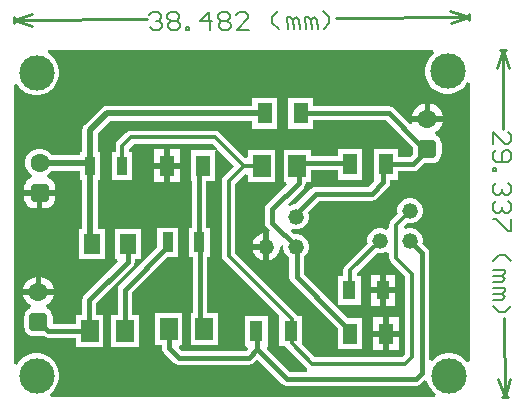
<source format=gbr>
G04*
G04 #@! TF.GenerationSoftware,Altium Limited,Altium Designer,24.9.1 (31)*
G04*
G04 Layer_Physical_Order=2*
G04 Layer_Color=16711680*
%FSLAX44Y44*%
%MOMM*%
G71*
G04*
G04 #@! TF.SameCoordinates,2F21DDDD-2005-49F8-8A8E-0C037A8DA06E*
G04*
G04*
G04 #@! TF.FilePolarity,Positive*
G04*
G01*
G75*
%ADD14C,0.5000*%
%ADD20C,1.6000*%
G04:AMPARAMS|DCode=21|XSize=1.6mm|YSize=1.6mm|CornerRadius=0.4mm|HoleSize=0mm|Usage=FLASHONLY|Rotation=90.000|XOffset=0mm|YOffset=0mm|HoleType=Round|Shape=RoundedRectangle|*
%AMROUNDEDRECTD21*
21,1,1.6000,0.8000,0,0,90.0*
21,1,0.8000,1.6000,0,0,90.0*
1,1,0.8000,0.4000,0.4000*
1,1,0.8000,0.4000,-0.4000*
1,1,0.8000,-0.4000,-0.4000*
1,1,0.8000,-0.4000,0.4000*
%
%ADD21ROUNDEDRECTD21*%
%ADD22C,1.3208*%
%ADD23C,3.0000*%
%ADD24C,0.2540*%
%ADD25C,0.1524*%
%ADD26R,1.1000X1.6500*%
%ADD27R,1.1000X1.7000*%
%ADD28R,1.2500X1.8000*%
%ADD29R,0.9000X1.6000*%
%ADD30R,0.9561X1.6582*%
%ADD31R,1.4000X1.7500*%
%ADD32R,1.5046X1.9062*%
%ADD33C,0.3810*%
%ADD34C,0.3000*%
G36*
X355639Y290830D02*
X354918Y290348D01*
X352272Y287702D01*
X350192Y284590D01*
X348760Y281132D01*
X348030Y277461D01*
Y273719D01*
X348760Y270048D01*
X350192Y266590D01*
X352272Y263478D01*
X354918Y260832D01*
X358030Y258752D01*
X361488Y257320D01*
X365159Y256590D01*
X368901D01*
X372572Y257320D01*
X376030Y258752D01*
X379142Y260832D01*
X381788Y263478D01*
X383540Y266100D01*
X385484Y265782D01*
X386080Y265484D01*
Y29941D01*
X383540Y29171D01*
X383058Y29892D01*
X380412Y32538D01*
X377300Y34618D01*
X373842Y36050D01*
X370171Y36780D01*
X366429D01*
X362758Y36050D01*
X359300Y34618D01*
X356188Y32538D01*
X354001Y30351D01*
X352210Y30808D01*
X351461Y31324D01*
Y121920D01*
X351002Y124224D01*
X349697Y126177D01*
X345737Y130137D01*
X345884Y130684D01*
Y133476D01*
X345161Y136173D01*
X343765Y138591D01*
X341791Y140565D01*
X339373Y141961D01*
X336676Y142684D01*
X333884D01*
X331324Y141998D01*
X331176Y141980D01*
X329857Y144126D01*
X332877Y147146D01*
X333884Y146876D01*
X336676D01*
X339373Y147599D01*
X341791Y148995D01*
X343765Y150969D01*
X345161Y153387D01*
X345884Y156084D01*
Y158876D01*
X345161Y161573D01*
X343765Y163991D01*
X341791Y165965D01*
X339373Y167361D01*
X336676Y168084D01*
X333884D01*
X331187Y167361D01*
X328769Y165965D01*
X326795Y163991D01*
X325399Y161573D01*
X324676Y158876D01*
Y156084D01*
X324946Y155077D01*
X319211Y149341D01*
X317995Y147522D01*
X317568Y145376D01*
Y142818D01*
X315028Y141352D01*
X313973Y141961D01*
X311276Y142684D01*
X308484D01*
X305787Y141961D01*
X303369Y140565D01*
X301395Y138591D01*
X299999Y136173D01*
X299276Y133476D01*
Y130684D01*
X299477Y129934D01*
X280515Y110971D01*
X279299Y109152D01*
X278872Y107006D01*
Y102420D01*
X274420D01*
Y80457D01*
X274420Y78046D01*
X272535Y76340D01*
X245236Y103638D01*
Y118495D01*
X245271Y118515D01*
X247245Y120489D01*
X248641Y122907D01*
X249364Y125604D01*
Y128396D01*
X248641Y131093D01*
X247245Y133511D01*
X245271Y135485D01*
X242853Y136881D01*
X240156Y137604D01*
X237364D01*
X236817Y137458D01*
X234282Y139992D01*
X235597Y142269D01*
X237364Y141796D01*
X240156D01*
X242853Y142519D01*
X245271Y143915D01*
X247245Y145889D01*
X248641Y148307D01*
X249364Y151004D01*
Y153796D01*
X248681Y156346D01*
X258291Y165956D01*
X302787D01*
X305091Y166414D01*
X307044Y167719D01*
X316677Y177353D01*
X317982Y179306D01*
X318441Y181610D01*
Y183850D01*
X325220D01*
Y190829D01*
X337820D01*
X340124Y191288D01*
X342077Y192593D01*
X347411Y197926D01*
X354075D01*
X356163Y198201D01*
X358110Y199007D01*
X359781Y200289D01*
X361063Y201961D01*
X361869Y203907D01*
X362144Y205995D01*
Y213995D01*
X361869Y216083D01*
X361063Y218029D01*
X359781Y219701D01*
X358110Y220983D01*
X356993Y221445D01*
X356614Y223878D01*
X356683Y224199D01*
X358057Y224992D01*
X360478Y227413D01*
X362189Y230377D01*
X362864Y232895D01*
X350075D01*
X337286D01*
X337486Y232151D01*
X335208Y230836D01*
X321757Y244287D01*
X319804Y245592D01*
X317500Y246051D01*
X252830D01*
Y253030D01*
X232330D01*
Y227030D01*
X252830D01*
Y234009D01*
X315006D01*
X338006Y211010D01*
Y205995D01*
X338058Y205602D01*
X335326Y202871D01*
X325220D01*
Y209850D01*
X304720D01*
Y183850D01*
X304720D01*
X305138Y182842D01*
X300293Y177997D01*
X255797D01*
X253493Y177539D01*
X251539Y176234D01*
X238309Y163004D01*
X237364D01*
X234667Y162281D01*
X233273Y161477D01*
X231714Y163509D01*
X245243Y177039D01*
X246548Y178992D01*
X247006Y181296D01*
Y182049D01*
X251321D01*
Y192099D01*
X274220D01*
Y183850D01*
X294720D01*
Y209850D01*
X274220D01*
Y204141D01*
X251321D01*
Y209111D01*
X228275D01*
Y182049D01*
X229906D01*
X230878Y179702D01*
X214183Y163007D01*
X212878Y161054D01*
X212419Y158750D01*
Y147320D01*
X212878Y145016D01*
X214183Y143063D01*
X216423Y140822D01*
X215860Y139846D01*
Y127000D01*
Y115656D01*
X217839Y116187D01*
X220485Y117715D01*
X222645Y119875D01*
X224173Y122521D01*
X224964Y125472D01*
Y126822D01*
X225236Y127174D01*
X227504Y128216D01*
X228156Y127693D01*
Y125604D01*
X228879Y122907D01*
X230275Y120489D01*
X232249Y118515D01*
X233195Y117968D01*
Y101144D01*
X233654Y98840D01*
X234959Y96887D01*
X268475Y63371D01*
X269077Y62969D01*
X274220Y57825D01*
Y40340D01*
X294720D01*
Y66340D01*
X282734D01*
X277189Y71885D01*
X276587Y72288D01*
X272840Y76034D01*
X274547Y77920D01*
X276908Y77920D01*
X293420D01*
Y102420D01*
X290756D01*
X290364Y104960D01*
X307219Y121815D01*
X308484Y121476D01*
X311276D01*
X313973Y122199D01*
X315028Y122808D01*
X317568Y121341D01*
Y117654D01*
X317995Y115507D01*
X319211Y113688D01*
X330942Y101957D01*
Y35653D01*
X328622Y33333D01*
X254808D01*
X243710Y44431D01*
Y68380D01*
X240001D01*
X238915Y70005D01*
X187218Y121703D01*
Y180325D01*
X195719Y188826D01*
X198259Y187774D01*
Y182049D01*
X221305D01*
Y209111D01*
X198259D01*
Y203386D01*
X195719Y202334D01*
X174377Y223675D01*
X172558Y224891D01*
X170412Y225318D01*
X99060D01*
X96914Y224891D01*
X95095Y223675D01*
X87569Y216150D01*
X86354Y214331D01*
X85927Y212185D01*
Y207580D01*
X82940D01*
Y183580D01*
X99940D01*
Y207580D01*
X97766D01*
X97401Y210120D01*
X101383Y214102D01*
X168089D01*
X171631Y210560D01*
X170019Y208580D01*
X167848Y208580D01*
X149780D01*
Y182580D01*
X150750D01*
Y143101D01*
X147991D01*
Y118519D01*
X151331D01*
Y70681D01*
X149535D01*
Y43619D01*
X172581D01*
Y70681D01*
X163373D01*
Y118519D01*
X165551D01*
Y143101D01*
X162792D01*
Y182580D01*
X170280D01*
Y206054D01*
X170280Y208319D01*
X172260Y209931D01*
X186612Y195580D01*
X177645Y186613D01*
X176429Y184794D01*
X176002Y182648D01*
Y119380D01*
X176429Y117234D01*
X177645Y115415D01*
X224710Y68350D01*
Y43380D01*
X229716D01*
X229769Y43114D01*
X230985Y41295D01*
X248479Y23801D01*
X248475Y23625D01*
X247688Y21261D01*
X233634D01*
X214055Y40840D01*
X214710Y43380D01*
X214710D01*
Y68380D01*
X195710D01*
Y43380D01*
X196794D01*
X197846Y40840D01*
X196047Y39041D01*
X142194D01*
X139962Y41272D01*
X140934Y43619D01*
X142565D01*
Y70681D01*
X119519D01*
Y43619D01*
X125021D01*
Y41678D01*
X125480Y39374D01*
X126785Y37421D01*
X135443Y28763D01*
X137396Y27458D01*
X139700Y26999D01*
X198541D01*
X200845Y27458D01*
X202798Y28763D01*
X205950Y31915D01*
X226883Y10983D01*
X228836Y9678D01*
X231140Y9219D01*
X340360D01*
X342664Y9678D01*
X344617Y10983D01*
X347435Y13801D01*
X349866Y13063D01*
X350030Y12238D01*
X351462Y8780D01*
X353542Y5668D01*
X356188Y3022D01*
X356909Y2540D01*
X356139Y0D01*
X31211D01*
X30441Y2540D01*
X31162Y3022D01*
X33808Y5668D01*
X35888Y8780D01*
X37320Y12238D01*
X38050Y15909D01*
Y19651D01*
X37320Y23322D01*
X35888Y26780D01*
X33808Y29892D01*
X31162Y32538D01*
X28050Y34618D01*
X24592Y36050D01*
X20921Y36780D01*
X17179D01*
X13508Y36050D01*
X10050Y34618D01*
X6938Y32538D01*
X4292Y29892D01*
X2540Y27270D01*
X596Y27588D01*
X0Y27886D01*
Y264214D01*
X596Y264512D01*
X2540Y264830D01*
X4292Y262208D01*
X6938Y259562D01*
X10050Y257482D01*
X13508Y256050D01*
X17179Y255320D01*
X20921D01*
X24592Y256050D01*
X28050Y257482D01*
X31162Y259562D01*
X33808Y262208D01*
X35888Y265320D01*
X37320Y268778D01*
X38050Y272449D01*
Y276191D01*
X37320Y279862D01*
X35888Y283320D01*
X33808Y286432D01*
X31162Y289078D01*
X28540Y290830D01*
X28858Y292774D01*
X29156Y293370D01*
X354869D01*
X355639Y290830D01*
D02*
G37*
%LPC*%
G36*
X352575Y248184D02*
Y237895D01*
X362864D01*
X362189Y240413D01*
X360478Y243377D01*
X358057Y245798D01*
X355093Y247509D01*
X352575Y248184D01*
D02*
G37*
G36*
X347575D02*
X345057Y247509D01*
X342093Y245798D01*
X339672Y243377D01*
X337961Y240413D01*
X337286Y237895D01*
X347575D01*
Y248184D01*
D02*
G37*
G36*
X222330Y253030D02*
X201830D01*
Y246586D01*
X78740D01*
X77043Y246363D01*
X75462Y245708D01*
X74104Y244666D01*
X59677Y230239D01*
X58635Y228881D01*
X57980Y227300D01*
X57757Y225603D01*
Y207580D01*
X55940D01*
Y204676D01*
X31661D01*
X31192Y205488D01*
X28958Y207722D01*
X26222Y209302D01*
X23170Y210120D01*
X20010D01*
X16958Y209302D01*
X14222Y207722D01*
X11988Y205488D01*
X10408Y202752D01*
X9590Y199700D01*
Y196540D01*
X10408Y193488D01*
X11988Y190752D01*
X14222Y188518D01*
X15070Y188028D01*
X15149Y186849D01*
X14745Y185283D01*
X13051Y184581D01*
X11171Y183139D01*
X9729Y181259D01*
X8822Y179069D01*
X8512Y176720D01*
Y175220D01*
X21590D01*
X34668D01*
Y176720D01*
X34358Y179069D01*
X33451Y181259D01*
X32009Y183139D01*
X30129Y184581D01*
X28435Y185283D01*
X28031Y186849D01*
X28110Y188028D01*
X28958Y188518D01*
X31192Y190752D01*
X31661Y191564D01*
X55940D01*
Y183580D01*
X57884D01*
Y142290D01*
X55280D01*
Y116790D01*
X77280D01*
Y142290D01*
X70996D01*
Y183580D01*
X72940D01*
Y207580D01*
X70869D01*
Y222887D01*
X81456Y233474D01*
X201830D01*
Y227030D01*
X222330D01*
Y253030D01*
D02*
G37*
G36*
X140780Y209580D02*
X132030D01*
Y198080D01*
X140780D01*
Y209580D01*
D02*
G37*
G36*
X127030D02*
X118280D01*
Y198080D01*
X127030D01*
Y209580D01*
D02*
G37*
G36*
X140780Y193080D02*
X132030D01*
Y181580D01*
X140780D01*
Y193080D01*
D02*
G37*
G36*
X127030D02*
X118280D01*
Y181580D01*
X127030D01*
Y193080D01*
D02*
G37*
G36*
X34668Y170220D02*
X24090D01*
Y159642D01*
X25590D01*
X27940Y159952D01*
X30129Y160859D01*
X32009Y162301D01*
X33451Y164181D01*
X34358Y166371D01*
X34668Y168720D01*
Y170220D01*
D02*
G37*
G36*
X19090D02*
X8512D01*
Y168720D01*
X8822Y166371D01*
X9729Y164181D01*
X11171Y162301D01*
X13051Y160859D01*
X15240Y159952D01*
X17590Y159642D01*
X19090D01*
Y170220D01*
D02*
G37*
G36*
X210860Y138343D02*
X208881Y137813D01*
X206235Y136285D01*
X204074Y134125D01*
X202547Y131479D01*
X202017Y129500D01*
X210860D01*
Y138343D01*
D02*
G37*
G36*
Y124500D02*
X202017D01*
X202547Y122521D01*
X204074Y119875D01*
X206235Y117715D01*
X208881Y116187D01*
X210860Y115656D01*
Y124500D01*
D02*
G37*
G36*
X322920Y103420D02*
X314920D01*
Y92670D01*
X322920D01*
Y103420D01*
D02*
G37*
G36*
X309920D02*
X301920D01*
Y92670D01*
X309920D01*
Y103420D01*
D02*
G37*
G36*
X23200Y101571D02*
Y91282D01*
X33489D01*
X32814Y93800D01*
X31103Y96764D01*
X28682Y99185D01*
X25718Y100896D01*
X23200Y101571D01*
D02*
G37*
G36*
X18200Y101571D02*
X15682Y100896D01*
X12718Y99185D01*
X10297Y96764D01*
X8586Y93800D01*
X7911Y91282D01*
X18200D01*
Y101571D01*
D02*
G37*
G36*
X322920Y87670D02*
X314920D01*
Y76920D01*
X322920D01*
Y87670D01*
D02*
G37*
G36*
X309920D02*
X301920D01*
Y76920D01*
X309920D01*
Y87670D01*
D02*
G37*
G36*
X107280Y142290D02*
X85280D01*
Y116790D01*
X86903D01*
X87956Y114250D01*
X59475Y85769D01*
X58170Y83816D01*
X57712Y81512D01*
Y69411D01*
X52441D01*
Y61901D01*
X32769D01*
Y67382D01*
X32494Y69471D01*
X31688Y71417D01*
X30406Y73088D01*
X28735Y74370D01*
X27618Y74833D01*
X27239Y77265D01*
X27308Y77586D01*
X28682Y78380D01*
X31103Y80800D01*
X32814Y83765D01*
X33489Y86282D01*
X20700D01*
X7911D01*
X8586Y83765D01*
X10297Y80800D01*
X12718Y78380D01*
X14092Y77586D01*
X14161Y77265D01*
X13782Y74833D01*
X12665Y74370D01*
X10994Y73088D01*
X9712Y71417D01*
X8906Y69471D01*
X8631Y67382D01*
Y59382D01*
X8906Y57294D01*
X9712Y55348D01*
X10994Y53677D01*
X12665Y52394D01*
X14612Y51588D01*
X16700Y51313D01*
X24700D01*
X25145Y51372D01*
X26723Y50318D01*
X29027Y49859D01*
X52441D01*
Y42349D01*
X75487D01*
Y69411D01*
X69753D01*
Y79018D01*
X100538Y109803D01*
X101843Y111756D01*
X102301Y114060D01*
Y116790D01*
X107280D01*
Y142290D01*
D02*
G37*
G36*
X326220Y67340D02*
X317470D01*
Y55840D01*
X326220D01*
Y67340D01*
D02*
G37*
G36*
X312470D02*
X303720D01*
Y55840D01*
X312470D01*
Y67340D01*
D02*
G37*
G36*
X139029Y143101D02*
X121469D01*
Y127033D01*
X89491Y95055D01*
X88185Y93102D01*
X87727Y90798D01*
Y69411D01*
X82457D01*
Y42349D01*
X105503D01*
Y69411D01*
X99768D01*
Y88304D01*
X129984Y118519D01*
X139029D01*
Y143101D01*
D02*
G37*
G36*
X326220Y50840D02*
X317470D01*
Y39340D01*
X326220D01*
Y50840D01*
D02*
G37*
G36*
X312470D02*
X303720D01*
Y39340D01*
X312470D01*
Y50840D01*
D02*
G37*
%LPD*%
D14*
X61900Y198120D02*
X62690Y197330D01*
X61900Y198120D02*
X63480D01*
X62690Y197330D02*
X64440Y195580D01*
X63480Y198120D02*
X64440Y199080D01*
Y131380D02*
Y193980D01*
Y195580D02*
X66040Y193980D01*
Y195580D02*
Y199226D01*
X21590Y198120D02*
X61900D01*
X78740Y240030D02*
X212080D01*
X64313Y225603D02*
X78740Y240030D01*
X64313Y200953D02*
Y225603D01*
X64440Y131380D02*
X66280Y129540D01*
D20*
X350075Y235395D02*
D03*
X21590Y198120D02*
D03*
X20700Y88782D02*
D03*
D21*
X350075Y209995D02*
D03*
X21590Y172720D02*
D03*
X20700Y63382D02*
D03*
D22*
X335280Y157480D02*
D03*
Y132080D02*
D03*
X309880D02*
D03*
X238760Y152400D02*
D03*
Y127000D02*
D03*
X213360D02*
D03*
D23*
X368300Y17780D02*
D03*
X19050D02*
D03*
X367030Y275590D02*
D03*
X19050Y274320D02*
D03*
D24*
X412750Y-11D02*
X417830Y11D01*
X411480Y293359D02*
X416560Y293381D01*
X410144Y15218D02*
X415290Y0D01*
X420304Y15262D01*
X409006Y278108D02*
X414020Y293370D01*
X419166Y278152D01*
X415002Y66446D02*
X415290Y0D01*
X414020Y293370D02*
X414308Y226924D01*
X384793Y323850D02*
X384827Y318770D01*
X-17Y321310D02*
X17Y316230D01*
X369604Y316129D02*
X384810Y321310D01*
X369537Y326289D02*
X384810Y321310D01*
X0Y318770D02*
X15273Y313791D01*
X0Y318770D02*
X15206Y323951D01*
X272643Y320570D02*
X384810Y321310D01*
X0Y318770D02*
X112167Y319510D01*
D25*
X405221Y214187D02*
X405177Y224344D01*
X415378Y214231D01*
X417917Y214242D01*
X420445Y216793D01*
X420423Y221871D01*
X417873Y224399D01*
X407782Y209120D02*
X405254Y206570D01*
X405276Y201492D01*
X407826Y198964D01*
X417983Y199007D01*
X420511Y201558D01*
X420489Y206636D01*
X417939Y209164D01*
X415400Y209153D01*
X412872Y206603D01*
X412905Y198986D01*
X405309Y193874D02*
X407848Y193885D01*
X407859Y191346D01*
X405320Y191335D01*
X405309Y193874D01*
X418060Y181233D02*
X420610Y178705D01*
X420632Y173627D01*
X418104Y171077D01*
X415565Y171066D01*
X413014Y173594D01*
X413004Y176133D01*
X413014Y173594D01*
X410486Y171044D01*
X407947Y171033D01*
X405397Y173561D01*
X405375Y178639D01*
X407903Y181189D01*
X418126Y165998D02*
X420676Y163470D01*
X420698Y158392D01*
X418170Y155842D01*
X415631Y155831D01*
X413080Y158359D01*
X413069Y160898D01*
X413080Y158359D01*
X410552Y155809D01*
X408013Y155798D01*
X405463Y158326D01*
X405441Y163404D01*
X407969Y165954D01*
X420731Y150774D02*
X420775Y140618D01*
X418236Y140607D01*
X408035Y150720D01*
X405496Y150709D01*
X405650Y115160D02*
X410706Y120261D01*
X415784Y120283D01*
X420885Y115226D01*
X405683Y107543D02*
X415840Y107587D01*
X415850Y105048D01*
X413322Y102498D01*
X405705Y102465D01*
X413322Y102498D01*
X415872Y99969D01*
X413344Y97419D01*
X405727Y97386D01*
X405749Y92308D02*
X415905Y92352D01*
X415916Y89813D01*
X413388Y87263D01*
X405771Y87230D01*
X413388Y87263D01*
X415938Y84734D01*
X413410Y82184D01*
X405793Y82151D01*
X405815Y77073D02*
X410915Y72017D01*
X415993Y72039D01*
X421050Y77139D01*
X114684Y323081D02*
X117206Y325637D01*
X122284Y325671D01*
X124840Y323148D01*
X124857Y320609D01*
X122335Y318053D01*
X119796Y318037D01*
X122335Y318053D01*
X124891Y315531D01*
X124907Y312992D01*
X122385Y310436D01*
X117307Y310403D01*
X114751Y312925D01*
X129919Y323182D02*
X132441Y325738D01*
X137519Y325771D01*
X140075Y323249D01*
X140092Y320710D01*
X137570Y318154D01*
X140125Y315632D01*
X140142Y313092D01*
X137620Y310537D01*
X132542Y310503D01*
X129986Y313025D01*
X129969Y315565D01*
X132491Y318120D01*
X129935Y320643D01*
X129919Y323182D01*
X132491Y318120D02*
X137570Y318154D01*
X145237Y310587D02*
X145220Y313126D01*
X147760Y313143D01*
X147776Y310604D01*
X145237Y310587D01*
X165550Y310721D02*
X165450Y325956D01*
X157882Y318288D01*
X168039Y318355D01*
X173084Y323467D02*
X175606Y326023D01*
X180684Y326056D01*
X183240Y323534D01*
X183257Y320995D01*
X180735Y318439D01*
X183291Y315917D01*
X183307Y313377D01*
X180785Y310822D01*
X175707Y310788D01*
X173151Y313310D01*
X173134Y315849D01*
X175656Y318405D01*
X173100Y320928D01*
X173084Y323467D01*
X175656Y318405D02*
X180735Y318439D01*
X198559Y310939D02*
X188402Y310872D01*
X198492Y321095D01*
X198475Y323634D01*
X195919Y326157D01*
X190841Y326123D01*
X188318Y323568D01*
X223950Y311106D02*
X218838Y316151D01*
X218805Y321230D01*
X223849Y326341D01*
X231567Y311157D02*
X231500Y321313D01*
X234039Y321330D01*
X236595Y318808D01*
X236646Y311190D01*
X236595Y318808D01*
X239118Y321363D01*
X241674Y318841D01*
X241724Y311224D01*
X246802Y311257D02*
X246735Y321414D01*
X249274Y321431D01*
X251830Y318908D01*
X251880Y311291D01*
X251830Y318908D01*
X254352Y321464D01*
X256908Y318942D01*
X256959Y311324D01*
X262037Y311358D02*
X267082Y316470D01*
X267048Y321548D01*
X261936Y326593D01*
D26*
X283920Y90170D02*
D03*
X312420D02*
D03*
D27*
X234210Y55880D02*
D03*
X205210D02*
D03*
D28*
X212080Y240030D02*
D03*
X242580D02*
D03*
X160030Y195580D02*
D03*
X129530D02*
D03*
X284470Y53340D02*
D03*
X314970D02*
D03*
X284470Y196850D02*
D03*
X314970D02*
D03*
D29*
X91440Y195580D02*
D03*
X64440D02*
D03*
D30*
X130249Y130810D02*
D03*
X156771D02*
D03*
D31*
X66280Y129540D02*
D03*
X96280D02*
D03*
D32*
X239798Y195580D02*
D03*
X209782D02*
D03*
X131042Y57150D02*
D03*
X161058D02*
D03*
X93980Y55880D02*
D03*
X63964D02*
D03*
D33*
X337820Y196850D02*
X350075Y209105D01*
Y209995D01*
X314970Y196850D02*
X337820D01*
X345718Y214352D02*
X350075Y209995D01*
X343178Y214352D02*
X345718D01*
X317500Y240030D02*
X343178Y214352D01*
X242580Y240030D02*
X317500D01*
X335280Y132080D02*
X345440Y121920D01*
X340360Y15240D02*
X345440Y20320D01*
Y121920D01*
X231140Y15240D02*
X340360D01*
X205950Y40430D02*
X231140Y15240D01*
X205950Y40430D02*
Y52880D01*
X255797Y171977D02*
X302787D01*
X312420Y181610D02*
Y194300D01*
X302787Y171977D02*
X312420Y181610D01*
Y194300D02*
X314970Y196850D01*
X243914Y198120D02*
X283200D01*
X284470Y196850D01*
X241105Y195311D02*
X243914Y198120D01*
X240067Y195311D02*
X241105D01*
X239798Y195580D02*
X240067Y195311D01*
X238760Y154940D02*
X255797Y171977D01*
X238760Y152400D02*
Y154940D01*
X272732Y67628D02*
X272932D01*
X284470Y56090D01*
Y53340D02*
Y56090D01*
X239216Y101144D02*
X272732Y67628D01*
X239216Y101144D02*
Y126544D01*
X21525Y63382D02*
X29027Y55880D01*
X63964D01*
X20700Y63382D02*
X21525D01*
X240986Y181296D02*
Y194392D01*
X239798Y195580D02*
X240986Y194392D01*
X218440Y158750D02*
X240986Y181296D01*
X218440Y147320D02*
Y158750D01*
Y147320D02*
X239216Y126544D01*
X139700Y33020D02*
X198541D01*
X205950Y40430D01*
X205210Y52880D02*
Y55880D01*
X131042Y41678D02*
Y57150D01*
Y41678D02*
X139700Y33020D01*
X157352Y60856D02*
Y130229D01*
Y60856D02*
X161058Y57150D01*
X156771Y130810D02*
X157352Y130229D01*
X156771Y130810D02*
Y192321D01*
X63732Y56112D02*
Y81512D01*
X96280Y114060D01*
Y129540D01*
X156771Y192321D02*
X160030Y195580D01*
X63732Y56112D02*
X63964Y55880D01*
X93748Y56112D02*
Y90798D01*
Y56112D02*
X93980Y55880D01*
X130249Y127299D02*
Y130810D01*
X93748Y90798D02*
X130249Y127299D01*
D34*
X323176Y117654D02*
X336550Y104279D01*
Y33331D02*
Y104279D01*
X330944Y27725D02*
X336550Y33331D01*
X283920Y90170D02*
X284480Y90730D01*
Y92430D01*
X309554Y132080D02*
X309880D01*
X284480Y107006D02*
X309554Y132080D01*
X284480Y92430D02*
Y107006D01*
X252485Y27725D02*
X330944D01*
X181610Y182648D02*
X194542Y195580D01*
X195600D02*
X209782D01*
X194542D02*
X195600D01*
X181610Y119380D02*
Y182648D01*
X170412Y219710D02*
X194542Y195580D01*
X99060Y219710D02*
X170412D01*
X181610Y119380D02*
X234950Y66040D01*
Y56620D02*
Y66040D01*
X234210Y55880D02*
X234950Y56620D01*
X91535Y212185D02*
X99060Y219710D01*
X91535Y195675D02*
Y212185D01*
X91440Y195580D02*
X91535Y195675D01*
X234950Y45260D02*
Y55140D01*
X234210Y55880D02*
X234950Y55140D01*
Y45260D02*
X252485Y27725D01*
X323176Y117654D02*
Y145376D01*
X335280Y157480D01*
M02*

</source>
